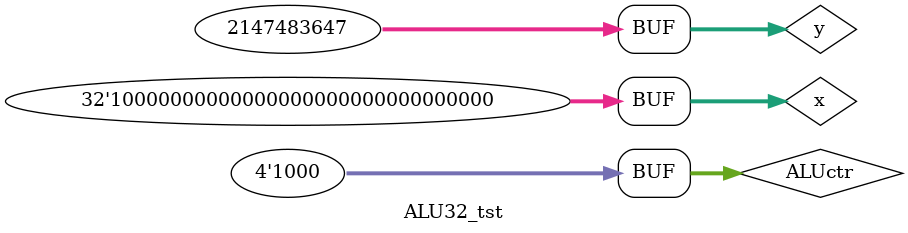
<source format=v>
`timescale 1ns / 1ps


module ALU32_tst();
wire [31:0] f; //32Î»ÔËËã½á¹û
wire OF, SF, ZF, CF, cout;
 //½á¹ûÎª0±êÖ¾Î»
reg [31:0] x = 0; //32Î»Êý¾ÝÊäÈë£¬ËÍµ½ALU¶Ë¿ÚA
reg [31:0] y = 0; //32Î»Êý¾ÝÊäÈë£¬ËÍµ½ALU¶Ë¿ÚB
reg [3:0] ALUctr = 0; //4Î»ALU²Ù×÷¿ØÖÆÐÅºÅ

ALU32 ALU32_inst(f,OF,SF,ZF,CF,cout,x,y,ALUctr);
initial begin
#10 begin x=32'h7fffffff; y=32'h80000000; ALUctr=4'b0000; end
#100 ALUctr=4'b0010;
#100 ALUctr=4'b0011;
#100 ALUctr=4'b0110;
#100 ALUctr=4'b1000;
#100 ALUctr=4'b1111;
#100 begin x=32'hfffffff0; y=32'h00000000; ALUctr=4'b0010; end
#100 ALUctr=4'b0011;
#100 ALUctr=4'b0010;
#100 begin x=32'h80000000; y=32'h7fffffff; ALUctr=4'b0010; end
#100 ALUctr=4'b0011;
#100 ALUctr=4'b1000;
end
endmodule

</source>
